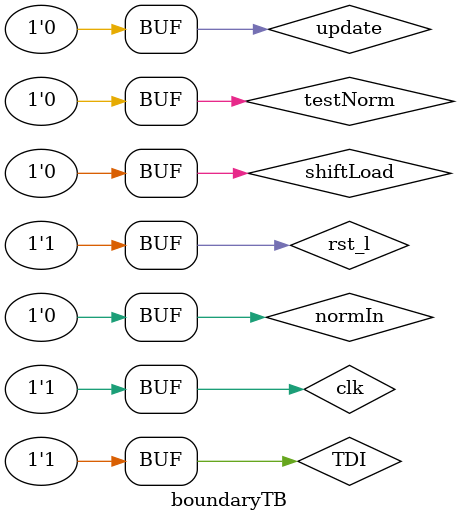
<source format=v>
`timescale 1ns / 1ps
module boundaryTB;
	reg normIn, clk, rst_l, shiftLoad, update, testNorm, TDI;
	wire TDO, normOut;
	
	boundaryCell bc0(normIn, clk, rst_l, shiftLoad, update, testNorm, TDI, TDO, normOut);
	
	initial begin
		$monitor("  %d: TDO=%b; normOut=%b; normIn=%b; clk=%b; rst_l=%b; shiftLoad=%b; update=%b; testNorm=%b; TDI=%b",
					$time, TDO, normOut, normIn, clk, rst_l, shiftLoad, update, testNorm, TDI);
		rst_l = 1; normIn = 0; shiftLoad = 1; clk = 0; update = 0; testNorm = 0; TDI = 0;
		#5;
		rst_l = 0;
		#5;
		rst_l = 1;
		#5;
		clk = 1; TDI = 1; 
		#5;
		clk = 0;
		#5;
		clk <= 1; update <= 1;
		#5;
		testNorm = 1; update = 0; clk = 0;
		#5;
		normIn = 1;
		#5;
		shiftLoad = 0; testNorm = 1;
		#5;
		clk = 1;
		#5;
		testNorm = 0;
		#5
		normIn = 0;
	end

endmodule // boundaryTB
</source>
